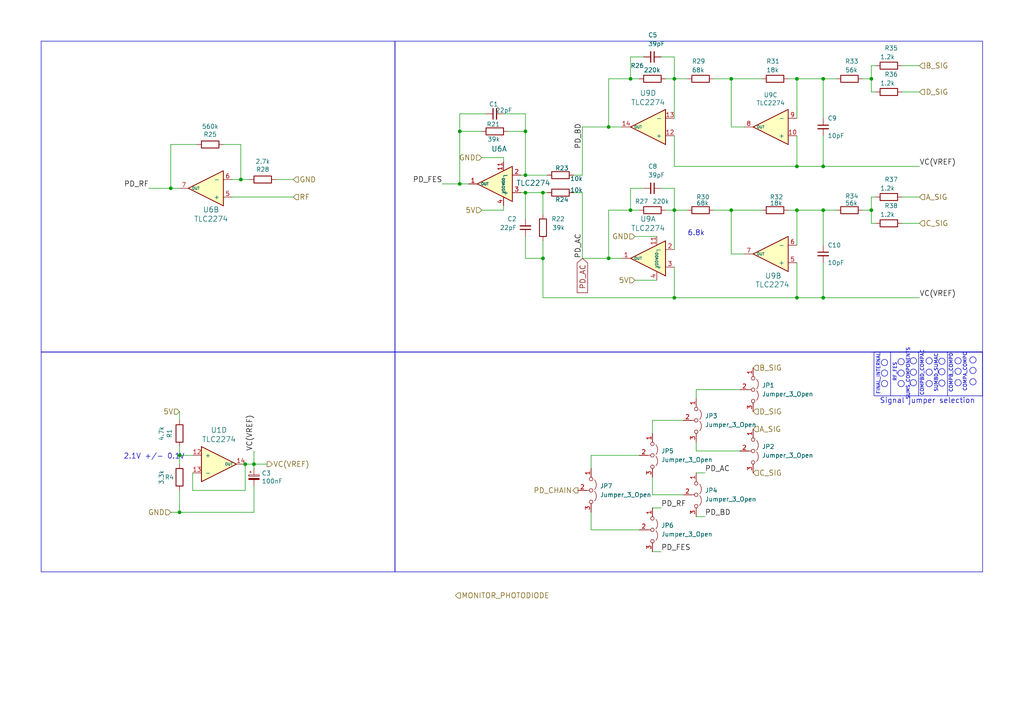
<source format=kicad_sch>
(kicad_sch (version 20231120) (generator "eeschema") (generator_version "8.0")
  (paper "A4")
  (lib_symbols
    (symbol "DVDLaserScanner-rescue:CP_Small" (pin_numbers hide) (pin_names (offset 0.254) hide)
      (property "Reference" "C" (at 0.254 1.778 0))
      (property "Value" "CP_Small" (at 0.254 -2.032 0))
      (symbol "CP_Small_0_1"
        (rectangle (start -1.524 -0.3048) (end 1.524 -0.6858) (fill (type outline)))
        (rectangle (start -1.524 0.6858) (end 1.524 0.3048))
        (polyline (pts (xy -1.27 1.524) (xy -0.762 1.524)))
        (polyline (pts (xy -1.016 1.27) (xy -1.016 1.778)))
      )
      (symbol "CP_Small_1_1"
        (pin passive line (at 0 2.54 270) (length 1.8542) (name "~") (number "1"))
        (pin passive line (at 0 -2.54 90) (length 1.8542) (name "~") (number "2"))
      )
    )
    (symbol "DVDLaserScanner-rescue:C_Small" (pin_numbers hide) (pin_names (offset 0.254) hide)
      (property "Reference" "C" (at 0.254 1.778 0))
      (property "Value" "C_Small" (at 0.254 -2.032 0))
      (symbol "C_Small_0_1"
        (polyline (pts (xy -1.524 -0.508) (xy 1.524 -0.508)) (stroke (width 0.3302)))
        (polyline (pts (xy -1.524 0.508) (xy 1.524 0.508)) (stroke (width 0.3048)))
      )
      (symbol "C_Small_1_1"
        (pin passive line (at 0 2.54 270) (length 2.032) (name "~") (number "1"))
        (pin passive line (at 0 -2.54 90) (length 2.032) (name "~") (number "2"))
      )
    )
    (symbol "DVDLaserScanner-rescue:R" (pin_numbers hide) (pin_names (offset 0))
      (property "Reference" "R" (at 2.032 0 90))
      (property "Value" "R" (at 0 0 90))
      (symbol "R_0_1"
        (rectangle (start -1.016 -2.54) (end 1.016 2.54) (stroke (width 0.254)))
      )
      (symbol "R_1_1"
        (pin passive line (at 0 3.81 270) (length 1.27) (name "~") (number "1"))
        (pin passive line (at 0 -3.81 90) (length 1.27) (name "~") (number "2"))
      )
    )
    (symbol "DVDLaserScanner-rescue:TLC2274" (pin_names (offset 1.016))
      (property "Reference" "U" (at 5.715 3.81 0))
      (property "Value" "TLC2274" (at 6.985 -3.81 0))
      (symbol "TLC2274_0_1"
        (polyline (pts (xy -2.54 5.08) (xy 7.62 0) (xy -2.54 -5.08) (xy -2.54 5.08)) (stroke (width 0.254)) (fill (type background)))
      )
      (symbol "TLC2274_1_1"
        (pin input line (at 10.16 0 180) (length 2.54) (name "OUT") (number "1"))
        (pin input line (at 0 -6.35 90) (length 2.54) (name "VDD-") (number "11"))
        (pin input line (at -5.08 -2.54 0) (length 2.54) (name "-") (number "2"))
        (pin input line (at -5.08 2.54 0) (length 2.54) (name "+") (number "3"))
        (pin input line (at 0 6.35 270) (length 2.54) (name "VDD+") (number "4"))
      )
      (symbol "TLC2274_2_1"
        (pin input line (at -5.08 2.54 0) (length 2.54) (name "+") (number "5"))
        (pin input line (at -5.08 -2.54 0) (length 2.54) (name "-") (number "6"))
        (pin input line (at 10.16 0 180) (length 2.54) (name "OUT") (number "7"))
      )
      (symbol "TLC2274_3_1"
        (pin input line (at -5.08 2.54 0) (length 2.54) (name "+") (number "10"))
        (pin input line (at 10.16 0 180) (length 2.54) (name "OUT") (number "8"))
        (pin input line (at -5.08 -2.54 0) (length 2.54) (name "-") (number "9"))
      )
      (symbol "TLC2274_4_1"
        (pin input line (at -5.08 2.54 0) (length 2.54) (name "+") (number "12"))
        (pin input line (at -5.08 -2.54 0) (length 2.54) (name "-") (number "13"))
        (pin input line (at 10.16 0 180) (length 2.54) (name "OUT") (number "14"))
      )
    )
    (symbol "Jumper:Jumper_3_Open" (pin_names (offset 0) hide) (exclude_from_sim yes) (in_bom no)
      (property "Reference" "JP" (at -2.54 -2.54 0))
      (property "Value" "Jumper_3_Open" (at 0 2.794 0))
      (symbol "Jumper_3_Open_0_0"
        (circle (center -3.302 0) (radius 0.508))
        (circle (center 0 0) (radius 0.508))
        (circle (center 3.302 0) (radius 0.508))
      )
      (symbol "Jumper_3_Open_0_1"
        (arc (start -0.254 1.016) (mid -1.651 1.4992) (end -3.048 1.016))
        (polyline (pts (xy 0 -0.508) (xy 0 -1.27)))
        (arc (start 3.048 1.016) (mid 1.651 1.4992) (end 0.254 1.016))
      )
      (symbol "Jumper_3_Open_1_1"
        (pin passive line (at -6.35 0 0) (length 2.54) (name "A") (number "1"))
        (pin passive line (at 0 -3.81 90) (length 2.54) (name "C") (number "2"))
        (pin passive line (at 6.35 0 180) (length 2.54) (name "B") (number "3"))
      )
    )
  )
  (junction (at 238.76 48.26))
  (junction (at 195.58 60.96))
  (junction (at 231.14 48.26))
  (junction (at 73.66 134.62))
  (junction (at 52.07 148.59))
  (junction (at 238.76 22.86))
  (junction (at 152.4 55.88))
  (junction (at 157.48 74.93))
  (junction (at 69.85 52.07))
  (junction (at 182.88 22.86))
  (junction (at 252.73 60.96))
  (junction (at 252.73 22.86))
  (junction (at 195.58 22.86))
  (junction (at 71.12 134.62))
  (junction (at 231.14 60.96))
  (junction (at 195.58 86.36))
  (junction (at 231.14 86.36))
  (junction (at 133.35 38.1))
  (junction (at 238.76 86.36))
  (junction (at 52.07 132.08))
  (junction (at 133.35 53.34))
  (junction (at 182.88 60.96))
  (junction (at 212.09 22.86))
  (junction (at 176.53 36.83))
  (junction (at 157.48 55.88))
  (junction (at 238.76 60.96))
  (junction (at 49.53 54.61))
  (junction (at 152.4 50.8))
  (junction (at 176.53 74.93))
  (junction (at 152.4 38.1))
  (junction (at 231.14 22.86))
  (junction (at 212.09 60.96))
  (wire (pts (xy 193.04 60.96) (xy 195.58 60.96)))
  (wire (pts (xy 52.07 119.38) (xy 52.07 121.92)))
  (wire (pts (xy 189.23 147.32) (xy 191.77 147.32)))
  (wire (pts (xy 152.4 74.93) (xy 157.48 74.93)))
  (wire (pts (xy 157.48 69.85) (xy 157.48 74.93)))
  (wire (pts (xy 212.09 22.86) (xy 220.98 22.86)))
  (wire (pts (xy 185.42 153.67) (xy 171.45 153.67)))
  (wire (pts (xy 146.05 33.02) (xy 152.4 33.02)))
  (wire (pts (xy 64.77 41.91) (xy 69.85 41.91)))
  (wire (pts (xy 250.19 60.96) (xy 252.73 60.96)))
  (wire (pts (xy 152.4 68.58) (xy 152.4 74.93)))
  (wire (pts (xy 252.73 57.15) (xy 252.73 60.96)))
  (wire (pts (xy 71.12 134.62) (xy 73.66 134.62)))
  (wire (pts (xy 191.77 54.61) (xy 195.58 54.61)))
  (wire (pts (xy 207.01 60.96) (xy 212.09 60.96)))
  (polyline (pts (xy 274.828 102.108) (xy 274.828 114.808)))
  (wire (pts (xy 189.23 160.02) (xy 191.77 160.02)))
  (wire (pts (xy 157.48 55.88) (xy 157.48 62.23)))
  (wire (pts (xy 152.4 38.1) (xy 152.4 50.8)))
  (wire (pts (xy 238.76 48.26) (xy 266.7 48.26)))
  (wire (pts (xy 231.14 86.36) (xy 238.76 86.36)))
  (wire (pts (xy 171.45 135.89) (xy 171.45 132.08)))
  (wire (pts (xy 212.09 36.83) (xy 215.9 36.83)))
  (wire (pts (xy 182.88 16.51) (xy 182.88 22.86)))
  (wire (pts (xy 214.63 113.03) (xy 201.93 113.03)))
  (wire (pts (xy 214.63 130.81) (xy 201.93 130.81)))
  (wire (pts (xy 176.53 74.93) (xy 180.34 74.93)))
  (wire (pts (xy 176.53 60.96) (xy 182.88 60.96)))
  (wire (pts (xy 55.88 142.24) (xy 71.12 142.24)))
  (wire (pts (xy 238.76 86.36) (xy 238.76 76.2)))
  (wire (pts (xy 168.91 36.83) (xy 168.91 50.8)))
  (wire (pts (xy 252.73 26.67) (xy 254 26.67)))
  (wire (pts (xy 252.73 60.96) (xy 252.73 64.77)))
  (wire (pts (xy 157.48 55.88) (xy 158.75 55.88)))
  (wire (pts (xy 190.5 68.58) (xy 184.15 68.58)))
  (wire (pts (xy 238.76 60.96) (xy 242.57 60.96)))
  (wire (pts (xy 186.69 54.61) (xy 182.88 54.61)))
  (wire (pts (xy 266.7 57.15) (xy 261.62 57.15)))
  (wire (pts (xy 212.09 73.66) (xy 215.9 73.66)))
  (wire (pts (xy 212.09 60.96) (xy 220.98 60.96)))
  (wire (pts (xy 252.73 19.05) (xy 252.73 22.86)))
  (wire (pts (xy 151.13 55.88) (xy 152.4 55.88)))
  (wire (pts (xy 207.01 22.86) (xy 212.09 22.86)))
  (wire (pts (xy 168.91 55.88) (xy 166.37 55.88)))
  (wire (pts (xy 171.45 153.67) (xy 171.45 148.59)))
  (wire (pts (xy 128.27 53.34) (xy 133.35 53.34)))
  (wire (pts (xy 146.05 45.72) (xy 139.7 45.72)))
  (wire (pts (xy 55.88 137.16) (xy 55.88 142.24)))
  (wire (pts (xy 195.58 86.36) (xy 231.14 86.36)))
  (wire (pts (xy 182.88 54.61) (xy 182.88 60.96)))
  (wire (pts (xy 195.58 39.37) (xy 195.58 48.26)))
  (wire (pts (xy 140.97 33.02) (xy 133.35 33.02)))
  (wire (pts (xy 195.58 60.96) (xy 199.39 60.96)))
  (wire (pts (xy 201.93 149.86) (xy 204.47 149.86)))
  (wire (pts (xy 238.76 22.86) (xy 242.57 22.86)))
  (wire (pts (xy 189.23 125.73) (xy 189.23 121.92)))
  (wire (pts (xy 71.12 142.24) (xy 71.12 134.62)))
  (wire (pts (xy 201.93 130.81) (xy 201.93 128.27)))
  (wire (pts (xy 52.07 129.54) (xy 52.07 132.08)))
  (wire (pts (xy 49.53 148.59) (xy 52.07 148.59)))
  (wire (pts (xy 176.53 36.83) (xy 180.34 36.83)))
  (wire (pts (xy 49.53 41.91) (xy 49.53 54.61)))
  (wire (pts (xy 212.09 22.86) (xy 212.09 36.83)))
  (wire (pts (xy 195.58 60.96) (xy 195.58 72.39)))
  (wire (pts (xy 195.58 16.51) (xy 195.58 22.86)))
  (wire (pts (xy 157.48 86.36) (xy 195.58 86.36)))
  (wire (pts (xy 133.35 38.1) (xy 133.35 53.34)))
  (wire (pts (xy 198.12 143.51) (xy 189.23 143.51)))
  (wire (pts (xy 201.93 137.16) (xy 204.47 137.16)))
  (wire (pts (xy 212.09 60.96) (xy 212.09 73.66)))
  (wire (pts (xy 252.73 64.77) (xy 254 64.77)))
  (wire (pts (xy 261.62 26.67) (xy 266.7 26.67)))
  (wire (pts (xy 49.53 54.61) (xy 52.07 54.61)))
  (wire (pts (xy 73.66 140.97) (xy 73.66 148.59)))
  (wire (pts (xy 193.04 22.86) (xy 195.58 22.86)))
  (wire (pts (xy 43.18 54.61) (xy 49.53 54.61)))
  (wire (pts (xy 238.76 22.86) (xy 238.76 34.29)))
  (polyline (pts (xy 258.318 102.108) (xy 258.318 114.808)))
  (wire (pts (xy 73.66 134.62) (xy 77.47 134.62)))
  (wire (pts (xy 168.91 74.93) (xy 168.91 55.88)))
  (wire (pts (xy 152.4 38.1) (xy 147.32 38.1)))
  (wire (pts (xy 85.09 52.07) (xy 80.01 52.07)))
  (wire (pts (xy 252.73 22.86) (xy 252.73 26.67)))
  (wire (pts (xy 146.05 46.99) (xy 146.05 45.72)))
  (wire (pts (xy 151.13 50.8) (xy 152.4 50.8)))
  (wire (pts (xy 182.88 22.86) (xy 185.42 22.86)))
  (wire (pts (xy 176.53 22.86) (xy 176.53 36.83)))
  (wire (pts (xy 133.35 33.02) (xy 133.35 38.1)))
  (wire (pts (xy 190.5 81.28) (xy 184.15 81.28)))
  (wire (pts (xy 228.6 60.96) (xy 231.14 60.96)))
  (wire (pts (xy 186.69 16.51) (xy 182.88 16.51)))
  (wire (pts (xy 67.31 52.07) (xy 69.85 52.07)))
  (wire (pts (xy 139.7 60.96) (xy 146.05 60.96)))
  (wire (pts (xy 152.4 63.5) (xy 152.4 55.88)))
  (wire (pts (xy 152.4 33.02) (xy 152.4 38.1)))
  (wire (pts (xy 176.53 60.96) (xy 176.53 74.93)))
  (wire (pts (xy 195.58 54.61) (xy 195.58 60.96)))
  (wire (pts (xy 191.77 16.51) (xy 195.58 16.51)))
  (wire (pts (xy 73.66 130.81) (xy 73.66 134.62)))
  (wire (pts (xy 231.14 60.96) (xy 238.76 60.96)))
  (wire (pts (xy 195.58 22.86) (xy 195.58 34.29)))
  (wire (pts (xy 254 57.15) (xy 252.73 57.15)))
  (wire (pts (xy 73.66 134.62) (xy 73.66 135.89)))
  (wire (pts (xy 67.31 57.15) (xy 85.09 57.15)))
  (wire (pts (xy 157.48 74.93) (xy 157.48 86.36)))
  (wire (pts (xy 182.88 60.96) (xy 185.42 60.96)))
  (wire (pts (xy 176.53 22.86) (xy 182.88 22.86)))
  (wire (pts (xy 231.14 22.86) (xy 231.14 34.29)))
  (wire (pts (xy 152.4 50.8) (xy 158.75 50.8)))
  (wire (pts (xy 146.05 60.96) (xy 146.05 59.69)))
  (wire (pts (xy 195.58 77.47) (xy 195.58 86.36)))
  (wire (pts (xy 52.07 142.24) (xy 52.07 148.59)))
  (wire (pts (xy 238.76 60.96) (xy 238.76 71.12)))
  (wire (pts (xy 228.6 22.86) (xy 231.14 22.86)))
  (wire (pts (xy 195.58 48.26) (xy 231.14 48.26)))
  (polyline (pts (xy 266.446 102.108) (xy 266.446 114.808)))
  (wire (pts (xy 231.14 60.96) (xy 231.14 71.12)))
  (wire (pts (xy 231.14 86.36) (xy 231.14 76.2)))
  (wire (pts (xy 168.91 36.83) (xy 176.53 36.83)))
  (wire (pts (xy 171.45 132.08) (xy 185.42 132.08)))
  (wire (pts (xy 189.23 121.92) (xy 198.12 121.92)))
  (wire (pts (xy 201.93 113.03) (xy 201.93 115.57)))
  (wire (pts (xy 52.07 132.08) (xy 55.88 132.08)))
  (wire (pts (xy 69.85 52.07) (xy 72.39 52.07)))
  (wire (pts (xy 231.14 22.86) (xy 238.76 22.86)))
  (wire (pts (xy 231.14 39.37) (xy 231.14 48.26)))
  (wire (pts (xy 189.23 143.51) (xy 189.23 138.43)))
  (wire (pts (xy 52.07 148.59) (xy 73.66 148.59)))
  (wire (pts (xy 195.58 22.86) (xy 199.39 22.86)))
  (wire (pts (xy 238.76 86.36) (xy 266.7 86.36)))
  (wire (pts (xy 133.35 53.34) (xy 135.89 53.34)))
  (wire (pts (xy 152.4 55.88) (xy 157.48 55.88)))
  (wire (pts (xy 266.7 19.05) (xy 261.62 19.05)))
  (wire (pts (xy 168.91 74.93) (xy 176.53 74.93)))
  (wire (pts (xy 238.76 48.26) (xy 238.76 39.37)))
  (wire (pts (xy 168.91 50.8) (xy 166.37 50.8)))
  (wire (pts (xy 69.85 41.91) (xy 69.85 52.07)))
  (wire (pts (xy 231.14 48.26) (xy 238.76 48.26)))
  (wire (pts (xy 254 19.05) (xy 252.73 19.05)))
  (wire (pts (xy 49.53 41.91) (xy 57.15 41.91)))
  (wire (pts (xy 133.35 38.1) (xy 139.7 38.1)))
  (wire (pts (xy 261.62 64.77) (xy 266.7 64.77)))
  (wire (pts (xy 52.07 132.08) (xy 52.07 134.62)))
  (wire (pts (xy 250.19 22.86) (xy 252.73 22.86)))
  (circle (center 282.194 110.744) (radius 0.9158))
  (rectangle (start 253.492 102.108) (end 284.988 114.808))
  (circle (center 269.494 107.95) (radius 0.9158))
  (circle (center 277.876 107.696) (radius 0.9158))
  (circle (center 273.177 107.823) (radius 0.9158))
  (circle (center 282.194 104.394) (radius 0.9158))
  (circle (center 277.876 104.648) (radius 0.9158))
  (circle (center 273.177 111.125) (radius 0.9158))
  (rectangle (start 11.938 102.108) (end 114.554 165.862))
  (circle (center 256.54 108.204) (radius 0.9158))
  (circle (center 282.194 107.442) (radius 0.9158))
  (rectangle (start 11.938 11.938) (end 114.554 102.108))
  (rectangle (start 114.554 102.108) (end 284.988 165.862))
  (circle (center 273.177 104.775) (radius 0.9158))
  (circle (center 269.494 104.648) (radius 0.9158))
  (rectangle (start 114.554 11.938) (end 284.988 102.108))
  (circle (center 277.876 110.998) (radius 0.9158))
  (circle (center 264.922 104.648) (radius 0.9158))
  (circle (center 264.922 110.998) (radius 0.9158))
  (circle (center 256.54 111.252) (radius 0.9158))
  (circle (center 256.54 105.156) (radius 0.9158))
  (circle (center 261.366 104.902) (radius 0.9158))
  (circle (center 261.366 108.204) (radius 0.9158))
  (circle (center 261.366 111.252) (radius 0.9158))
  (circle (center 269.494 111.252) (radius 0.9158))
  (circle (center 264.922 107.95) (radius 0.9158))
  (text "COMPBD_COMPAC" (at 267.462 108.204 90) (effects (font (size 1.016 1.016))))
  (text "COMPB_COMPD" (at 275.844 108.204 90) (effects (font (size 1.016 1.016))))
  (text "2.1V +/- 0.1V" (at 35.814 133.35 0) (effects (font (size 1.524 1.524)) (justify left bottom)))
  (text "RF_FES" (at 259.588 107.95 90) (effects (font (size 1.016 1.016))))
  (text "Signal jumper selection" (at 268.986 116.332 0) (effects (font (size 1.524 1.524))))
  (text "SUMBD_SUMAC" (at 271.526 108.204 90) (effects (font (size 1.016 1.016))))
  (text "FINAL_INTERNAL\n" (at 254.762 108.458 90) (effects (font (size 1.016 1.016))))
  (text "COMPA_COMPC" (at 279.908 107.95 90) (effects (font (size 1.016 1.016))))
  (text "6.8k\n" (at 199.39 68.58 0) (effects (font (size 1.524 1.524)) (justify left bottom)))
  (text "SUMS_COMPONENTS\n" (at 263.398 108.458 90) (effects (font (size 1.016 1.016))))
  (label "PD_FES" (at 191.77 160.02 0) (effects (font (size 1.524 1.524))))
  (label "PD_RF" (at 191.77 147.32 0) (effects (font (size 1.524 1.524))))
  (label "VC(VREF)" (at 266.7 86.36 0) (effects (font (size 1.524 1.524))))
  (label "VC(VREF)" (at 73.66 130.81 90) (effects (font (size 1.524 1.524))))
  (label "PD_FES" (at 128.27 53.34 180) (effects (font (size 1.524 1.524))))
  (label "PD_AC" (at 168.91 74.93 90) (effects (font (size 1.524 1.524))))
  (label "PD_RF" (at 43.18 54.61 180) (effects (font (size 1.524 1.524))))
  (label "PD_AC" (at 204.47 137.16 0) (effects (font (size 1.524 1.524))))
  (label "PD_BD" (at 204.47 149.86 0) (effects (font (size 1.524 1.524))))
  (label "VC(VREF)" (at 266.7 48.26 0) (effects (font (size 1.524 1.524))))
  (label "PD_BD" (at 168.91 43.18 90) (effects (font (size 1.524 1.524))))
  (global_label "PD_AC" (shape input) (at 168.91 74.93 270) (effects (font (size 1.524 1.524))) (property "Intersheetrefs" "${INTERSHEET_REFS}" (effects (hide yes))))
  (hierarchical_label "B_SIG" (shape input) (at 266.7 19.05 0) (effects (font (size 1.524 1.524))))
  (hierarchical_label "5V" (shape input) (at 139.7 60.96 180) (effects (font (size 1.524 1.524))))
  (hierarchical_label "A_SIG" (shape input) (at 266.7 57.15 0) (effects (font (size 1.524 1.524))))
  (hierarchical_label "5V" (shape input) (at 52.07 119.38 180) (effects (font (size 1.524 1.524))))
  (hierarchical_label "C_SIG" (shape input) (at 218.44 137.16 0) (effects (font (size 1.524 1.524))))
  (hierarchical_label "MONITOR_PHOTODIODE" (shape input) (at 132.08 172.72 0) (effects (font (size 1.524 1.524))))
  (hierarchical_label "A_SIG" (shape input) (at 218.44 124.46 0) (effects (font (size 1.524 1.524))))
  (hierarchical_label "GND" (shape input) (at 49.53 148.59 180) (effects (font (size 1.524 1.524))))
  (hierarchical_label "VC(VREF)" (shape output) (at 77.47 134.62 0) (effects (font (size 1.524 1.524))))
  (hierarchical_label "PD_CHAIN" (shape output) (at 167.64 142.24 180) (effects (font (size 1.524 1.524))))
  (hierarchical_label "GND" (shape input) (at 184.15 68.58 180) (effects (font (size 1.524 1.524))))
  (hierarchical_label "D_SIG" (shape input) (at 266.7 26.67 0) (effects (font (size 1.524 1.524))))
  (hierarchical_label "D_SIG" (shape input) (at 218.44 119.38 0) (effects (font (size 1.524 1.524))))
  (hierarchical_label "RF" (shape input) (at 85.09 57.15 0) (effects (font (size 1.524 1.524))))
  (hierarchical_label "B_SIG" (shape input) (at 218.44 106.68 0) (effects (font (size 1.524 1.524))))
  (hierarchical_label "5V" (shape input) (at 184.15 81.28 180) (effects (font (size 1.524 1.524))))
  (hierarchical_label "C_SIG" (shape input) (at 266.7 64.77 0) (effects (font (size 1.524 1.524))))
  (hierarchical_label "GND" (shape input) (at 139.7 45.72 180) (effects (font (size 1.524 1.524))))
  (hierarchical_label "GND" (shape input) (at 85.09 52.07 0) (effects (font (size 1.524 1.524))))
  (symbol (lib_id "DVDLaserScanner-rescue:R") (at 162.56 55.88 270) (unit 1)
    (property "Reference" "R24" (at 161.036 57.912 90) (effects (justify left)))
    (property "Value" "10k" (at 165.354 55.118 90) (effects (justify left)))
    (property "Footprint" "GaudiLabsFootPrints:0805G" (effects (hide yes)))
  )
  (symbol (lib_id "Jumper:Jumper_3_Open") (at 189.23 132.08 270) (unit 1) (exclude_from_sim yes) (in_bom no)
    (property "Reference" "JP5" (at 191.77 130.8099 90) (effects (justify left)))
    (property "Value" "Jumper_3_Open" (at 191.77 133.3499 90) (effects (justify left)))
    (property "Description" "Jumper, 3-pole, both open" (effects (hide yes)))
  )
  (symbol (lib_id "DVDLaserScanner-rescue:C_Small") (at 238.76 36.83 0) (unit 1)
    (property "Reference" "C9" (at 240.03 34.29 0) (effects (justify left)))
    (property "Value" "10pF" (at 240.03 39.37 0) (effects (justify left)))
    (property "Footprint" "GaudiLabsFootPrints:0805G" (effects (hide yes)))
  )
  (symbol (lib_id "DVDLaserScanner-rescue:C_Small") (at 189.23 16.51 270) (unit 1)
    (property "Reference" "C5" (at 187.96 10.16 90) (effects (justify left)))
    (property "Value" "39pF" (at 187.96 12.7 90) (effects (justify left)))
    (property "Footprint" "GaudiLabsFootPrints:0805G" (effects (hide yes)))
  )
  (symbol (lib_id "Jumper:Jumper_3_Open") (at 218.44 113.03 270) (unit 1) (exclude_from_sim yes) (in_bom no)
    (property "Reference" "JP1" (at 220.98 111.7599 90) (effects (justify left)))
    (property "Value" "Jumper_3_Open" (at 220.98 114.2999 90) (effects (justify left)))
    (property "Description" "Jumper, 3-pole, both open" (effects (hide yes)))
  )
  (symbol (lib_id "Jumper:Jumper_3_Open") (at 171.45 142.24 270) (unit 1) (exclude_from_sim yes) (in_bom no)
    (property "Reference" "JP7" (at 173.99 140.9699 90) (effects (justify left)))
    (property "Value" "Jumper_3_Open" (at 173.99 143.5099 90) (effects (justify left)))
    (property "Description" "Jumper, 3-pole, both open" (effects (hide yes)))
  )
  (symbol (lib_id "DVDLaserScanner-rescue:TLC2274") (at 226.06 73.66 180) (unit 2)
    (property "Reference" "U9" (at 224.282 80.01 0) (effects (font (size 1.524 1.524))))
    (property "Value" "TLC2274" (at 224.028 82.55 0) (effects (font (size 1.524 1.524))))
    (property "Footprint" "GaudiLabsFootPrints:SOIC-14_N" (effects (hide yes)))
  )
  (symbol (lib_id "DVDLaserScanner-rescue:C_Small") (at 152.4 66.04 180) (unit 1)
    (property "Reference" "C2" (at 149.86 63.5 0) (effects (justify left)))
    (property "Value" "22pF" (at 149.86 66.04 0) (effects (justify left)))
    (property "Footprint" "GaudiLabsFootPrints:0805G" (effects (hide yes)))
  )
  (symbol (lib_id "DVDLaserScanner-rescue:R") (at 224.79 60.96 270) (unit 1)
    (property "Reference" "R32" (at 223.266 57.15 90) (effects (justify left)))
    (property "Value" "18k" (at 223.266 58.928 90) (effects (justify left)))
    (property "Footprint" "GaudiLabsFootPrints:0805G" (effects (hide yes)))
  )
  (symbol (lib_id "DVDLaserScanner-rescue:R") (at 203.2 60.96 270) (unit 1)
    (property "Reference" "R30" (at 201.93 57.15 90) (effects (justify left)))
    (property "Value" "68k" (at 201.93 58.928 90) (effects (justify left)))
    (property "Footprint" "GaudiLabsFootPrints:0805G" (effects (hide yes)))
  )
  (symbol (lib_id "DVDLaserScanner-rescue:TLC2274") (at 190.5 36.83 180) (unit 4)
    (property "Reference" "U9" (at 187.96 27.0002 0) (effects (font (size 1.524 1.524))))
    (property "Value" "TLC2274" (at 187.96 29.6926 0) (effects (font (size 1.524 1.524))))
    (property "Footprint" "GaudiLabsFootPrints:SOIC-14_N" (effects (hide yes)))
  )
  (symbol (lib_id "DVDLaserScanner-rescue:R") (at 189.23 60.96 270) (unit 1)
    (property "Reference" "R27" (at 184.15 58.42 90) (effects (justify left)))
    (property "Value" "220k" (at 189.23 58.42 90) (effects (justify left)))
    (property "Footprint" "GaudiLabsFootPrints:0805G" (effects (hide yes)))
  )
  (symbol (lib_id "DVDLaserScanner-rescue:R") (at 246.38 60.96 270) (unit 1)
    (property "Reference" "R34" (at 245.11 56.896 90) (effects (justify left)))
    (property "Value" "56k" (at 245.11 58.928 90) (effects (justify left)))
    (property "Footprint" "GaudiLabsFootPrints:0805G" (effects (hide yes)))
  )
  (symbol (lib_id "DVDLaserScanner-rescue:R") (at 257.81 64.77 270) (unit 1)
    (property "Reference" "R38" (at 256.54 59.69 90) (effects (justify left)))
    (property "Value" "1.2k" (at 255.27 62.23 90) (effects (justify left)))
    (property "Footprint" "GaudiLabsFootPrints:0805G" (effects (hide yes)))
  )
  (symbol (lib_id "DVDLaserScanner-rescue:R") (at 52.07 138.43 180) (unit 1)
    (property "Reference" "R4" (at 49.149 138.43 0))
    (property "Value" "3.3k" (at 46.8376 138.43 90))
    (property "Footprint" "GaudiLabsFootPrints:0805G" (effects (hide yes)))
  )
  (symbol (lib_id "Jumper:Jumper_3_Open") (at 201.93 121.92 270) (unit 1) (exclude_from_sim yes) (in_bom no)
    (property "Reference" "JP3" (at 204.47 120.6499 90) (effects (justify left)))
    (property "Value" "Jumper_3_Open" (at 204.47 123.1899 90) (effects (justify left)))
    (property "Description" "Jumper, 3-pole, both open" (effects (hide yes)))
  )
  (symbol (lib_id "DVDLaserScanner-rescue:R") (at 143.51 38.1 90) (unit 1)
    (property "Reference" "R21" (at 145.034 36.068 90) (effects (justify left)))
    (property "Value" "39k" (at 145.034 40.386 90) (effects (justify left)))
    (property "Footprint" "GaudiLabsFootPrints:0805G" (effects (hide yes)))
  )
  (symbol (lib_id "DVDLaserScanner-rescue:R") (at 203.2 22.86 270) (unit 1)
    (property "Reference" "R29" (at 200.66 17.78 90) (effects (justify left)))
    (property "Value" "68k" (at 200.66 20.32 90) (effects (justify left)))
    (property "Footprint" "GaudiLabsFootPrints:0805G" (effects (hide yes)))
  )
  (symbol (lib_id "DVDLaserScanner-rescue:R") (at 257.81 19.05 270) (unit 1)
    (property "Reference" "R35" (at 256.54 13.97 90) (effects (justify left)))
    (property "Value" "1.2k" (at 255.27 16.51 90) (effects (justify left)))
    (property "Footprint" "GaudiLabsFootPrints:0805G" (effects (hide yes)))
  )
  (symbol (lib_id "DVDLaserScanner-rescue:TLC2274") (at 226.06 36.83 180) (unit 3)
    (property "Reference" "U9" (at 223.52 27.559 0))
    (property "Value" "TLC2274" (at 223.52 29.8704 0))
    (property "Footprint" "GaudiLabsFootPrints:SOIC-14_N" (effects (hide yes)))
  )
  (symbol (lib_id "DVDLaserScanner-rescue:TLC2274") (at 190.5 74.93 180) (unit 1)
    (property "Reference" "U9" (at 187.96 63.5 0) (effects (font (size 1.524 1.524))))
    (property "Value" "TLC2274" (at 187.96 66.1924 0) (effects (font (size 1.524 1.524))))
    (property "Footprint" "GaudiLabsFootPrints:SOIC-14_N" (effects (hide yes)))
  )
  (symbol (lib_id "DVDLaserScanner-rescue:TLC2274") (at 62.23 54.61 180) (unit 2)
    (property "Reference" "U6" (at 61.214 60.8076 0) (effects (font (size 1.524 1.524))))
    (property "Value" "TLC2274" (at 61.214 63.5 0) (effects (font (size 1.524 1.524))))
    (property "Footprint" "GaudiLabsFootPrints:SOIC-14_N" (effects (hide yes)))
  )
  (symbol (lib_id "DVDLaserScanner-rescue:R") (at 162.56 50.8 270) (unit 1)
    (property "Reference" "R23" (at 161.036 48.768 90) (effects (justify left)))
    (property "Value" "10k" (at 165.354 51.816 90) (effects (justify left)))
    (property "Footprint" "GaudiLabsFootPrints:0805G" (effects (hide yes)))
  )
  (symbol (lib_id "DVDLaserScanner-rescue:R") (at 189.23 22.86 270) (unit 1)
    (property "Reference" "R26" (at 182.88 19.05 90) (effects (justify left)))
    (property "Value" "220k" (at 186.69 20.32 90) (effects (justify left)))
    (property "Footprint" "GaudiLabsFootPrints:0805G" (effects (hide yes)))
  )
  (symbol (lib_id "DVDLaserScanner-rescue:TLC2274") (at 60.96 134.62 0) (unit 4)
    (property "Reference" "U1" (at 63.5 124.7394 0) (effects (font (size 1.524 1.524))))
    (property "Value" "TLC2274" (at 63.5 127.4318 0) (effects (font (size 1.524 1.524))))
    (property "Footprint" "GaudiLabsFootPrints:SOIC-14_N" (effects (hide yes)))
  )
  (symbol (lib_id "DVDLaserScanner-rescue:R") (at 157.48 66.04 180) (unit 1)
    (property "Reference" "R22" (at 163.83 63.5 0) (effects (justify left)))
    (property "Value" "39k" (at 163.83 66.04 0) (effects (justify left)))
    (property "Footprint" "GaudiLabsFootPrints:0805G" (effects (hide yes)))
  )
  (symbol (lib_id "DVDLaserScanner-rescue:R") (at 257.81 26.67 270) (unit 1)
    (property "Reference" "R36" (at 256.54 21.59 90) (effects (justify left)))
    (property "Value" "1.2k" (at 255.27 24.13 90) (effects (justify left)))
    (property "Footprint" "GaudiLabsFootPrints:0805G" (effects (hide yes)))
  )
  (symbol (lib_id "DVDLaserScanner-rescue:R") (at 60.96 41.91 90) (unit 1)
    (property "Reference" "R25" (at 60.96 38.989 90))
    (property "Value" "560k" (at 60.96 36.6776 90))
    (property "Footprint" "GaudiLabsFootPrints:0805G" (effects (hide yes)))
  )
  (symbol (lib_id "DVDLaserScanner-rescue:R") (at 257.81 57.15 270) (unit 1)
    (property "Reference" "R37" (at 256.54 52.07 90) (effects (justify left)))
    (property "Value" "1.2k" (at 255.27 54.61 90) (effects (justify left)))
    (property "Footprint" "GaudiLabsFootPrints:0805G" (effects (hide yes)))
  )
  (symbol (lib_id "DVDLaserScanner-rescue:R") (at 76.2 52.07 90) (unit 1)
    (property "Reference" "R28" (at 76.2 49.149 90))
    (property "Value" "2.7k" (at 76.2 46.8376 90))
    (property "Footprint" "GaudiLabsFootPrints:0805G" (effects (hide yes)))
  )
  (symbol (lib_id "Jumper:Jumper_3_Open") (at 201.93 143.51 270) (unit 1) (exclude_from_sim yes) (in_bom no)
    (property "Reference" "JP4" (at 204.47 142.2399 90) (effects (justify left)))
    (property "Value" "Jumper_3_Open" (at 204.47 144.7799 90) (effects (justify left)))
    (property "Description" "Jumper, 3-pole, both open" (effects (hide yes)))
  )
  (symbol (lib_id "DVDLaserScanner-rescue:C_Small") (at 238.76 73.66 0) (unit 1)
    (property "Reference" "C10" (at 240.03 71.12 0) (effects (justify left)))
    (property "Value" "10pF" (at 240.03 76.2 0) (effects (justify left)))
    (property "Footprint" "GaudiLabsFootPrints:0805G" (effects (hide yes)))
  )
  (symbol (lib_id "DVDLaserScanner-rescue:R") (at 246.38 22.86 270) (unit 1)
    (property "Reference" "R33" (at 245.11 17.78 90) (effects (justify left)))
    (property "Value" "56k" (at 245.11 20.32 90) (effects (justify left)))
    (property "Footprint" "GaudiLabsFootPrints:0805G" (effects (hide yes)))
  )
  (symbol (lib_id "DVDLaserScanner-rescue:C_Small") (at 189.23 54.61 270) (unit 1)
    (property "Reference" "C8" (at 187.96 48.26 90) (effects (justify left)))
    (property "Value" "39pF" (at 187.96 50.8 90) (effects (justify left)))
    (property "Footprint" "GaudiLabsFootPrints:0805G" (effects (hide yes)))
  )
  (symbol (lib_id "Jumper:Jumper_3_Open") (at 189.23 153.67 270) (unit 1) (exclude_from_sim yes) (in_bom no)
    (property "Reference" "JP6" (at 191.77 152.3999 90) (effects (justify left)))
    (property "Value" "Jumper_3_Open" (at 191.77 154.9399 90) (effects (justify left)))
    (property "Description" "Jumper, 3-pole, both open" (effects (hide yes)))
  )
  (symbol (lib_id "DVDLaserScanner-rescue:C_Small") (at 143.51 33.02 90) (unit 1)
    (property "Reference" "C1" (at 144.526 30.226 90) (effects (justify left)))
    (property "Value" "22pF" (at 148.59 32.004 90) (effects (justify left)))
    (property "Footprint" "GaudiLabsFootPrints:0805G" (effects (hide yes)))
  )
  (symbol (lib_id "DVDLaserScanner-rescue:R") (at 52.07 125.73 180) (unit 1)
    (property "Reference" "R1" (at 49.149 125.73 90))
    (property "Value" "4.7k" (at 46.8376 125.73 90))
    (property "Footprint" "GaudiLabsFootPrints:0805G" (effects (hide yes)))
  )
  (symbol (lib_id "DVDLaserScanner-rescue:CP_Small") (at 73.66 138.43 0) (unit 1)
    (property "Reference" "C3" (at 75.8952 137.2616 0) (effects (justify left)))
    (property "Value" "100nF" (at 75.8952 139.573 0) (effects (justify left)))
    (property "Footprint" "Capacitors_SMD:C_1210_HandSoldering" (effects (hide yes)))
  )
  (symbol (lib_id "Jumper:Jumper_3_Open") (at 218.44 130.81 270) (unit 1) (exclude_from_sim yes) (in_bom no)
    (property "Reference" "JP2" (at 220.98 129.5399 90) (effects (justify left)))
    (property "Value" "Jumper_3_Open" (at 220.98 132.0799 90) (effects (justify left)))
    (property "Description" "Jumper, 3-pole, both open" (effects (hide yes)))
  )
  (symbol (lib_id "DVDLaserScanner-rescue:R") (at 224.79 22.86 270) (unit 1)
    (property "Reference" "R31" (at 222.25 17.78 90) (effects (justify left)))
    (property "Value" "18k" (at 222.25 20.32 90) (effects (justify left)))
    (property "Footprint" "GaudiLabsFootPrints:0805G" (effects (hide yes)))
  )
  (symbol (lib_id "DVDLaserScanner-rescue:TLC2274") (at 146.05 53.34 180) (unit 1)
    (property "Reference" "U6" (at 144.78 43.18 0) (effects (font (size 1.524 1.524))))
    (property "Value" "TLC2274" (at 154.686 53.086 0) (effects (font (size 1.524 1.524))))
    (property "Footprint" "GaudiLabsFootPrints:SOIC-14_N" (effects (hide yes)))
  )
)
</source>
